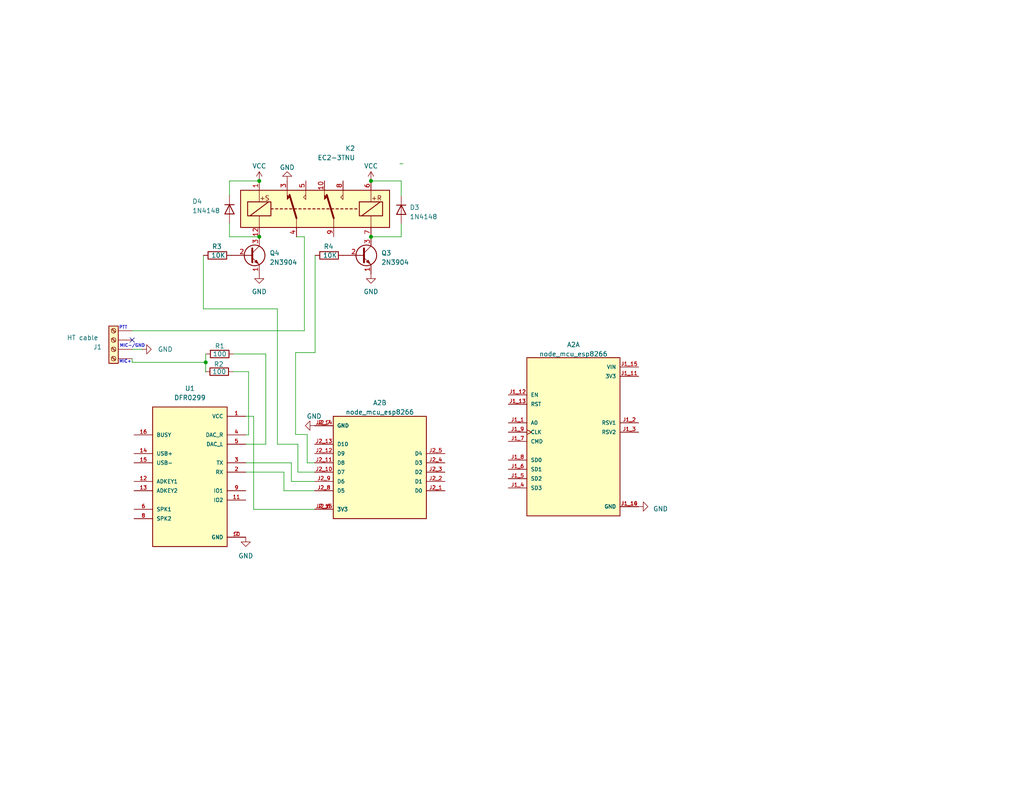
<source format=kicad_sch>
(kicad_sch (version 20230121) (generator eeschema)
  (paper "USLetter")
  (title_block (title "Foxhunt HT transmitter interface with voice ID") (date "2023-04-24") (company "W2WZ"))
  (lib_symbols
    (symbol "Connector:Screw_Terminal_01x04" (pin_numbers hide) (pin_names (offset 1.016) hide)
      (property "Reference" "J" (at 0 5.08 0))
      (property "Value" "Screw_Terminal_01x04" (at 0 -7.62 0))
      (symbol "Screw_Terminal_01x04_1_1"
        (rectangle (start -1.27 3.81) (end 1.27 -6.35) (stroke (width 0.254)) (fill (type background)))
        (circle (center 0 -5.08) (radius 0.635) (stroke (width 0.1524)))
        (circle (center 0 -2.54) (radius 0.635) (stroke (width 0.1524)))
        (polyline (pts (xy -0.5334 -4.7498) (xy 0.3302 -5.588)) (stroke (width 0.1524)))
        (polyline (pts (xy -0.5334 -2.2098) (xy 0.3302 -3.048)) (stroke (width 0.1524)))
        (polyline (pts (xy -0.5334 0.3302) (xy 0.3302 -0.508)) (stroke (width 0.1524)))
        (polyline (pts (xy -0.5334 2.8702) (xy 0.3302 2.032)) (stroke (width 0.1524)))
        (polyline (pts (xy -0.3556 -4.572) (xy 0.508 -5.4102)) (stroke (width 0.1524)))
        (polyline (pts (xy -0.3556 -2.032) (xy 0.508 -2.8702)) (stroke (width 0.1524)))
        (polyline (pts (xy -0.3556 0.508) (xy 0.508 -0.3302)) (stroke (width 0.1524)))
        (polyline (pts (xy -0.3556 3.048) (xy 0.508 2.2098)) (stroke (width 0.1524)))
        (circle (center 0 0) (radius 0.635) (stroke (width 0.1524)))
        (circle (center 0 2.54) (radius 0.635) (stroke (width 0.1524)))
        (pin passive line (at -5.08 2.54 0) (length 3.81) (name "Pin_1") (number "1"))
        (pin passive line (at -5.08 0 0) (length 3.81) (name "Pin_2") (number "2"))
        (pin passive line (at -5.08 -2.54 0) (length 3.81) (name "Pin_3") (number "3"))
        (pin passive line (at -5.08 -5.08 0) (length 3.81) (name "Pin_4") (number "4"))
      )
    )
    (symbol "DFR0299:DFR0299" (pin_names (offset 1.016))
      (property "Reference" "U" (at -10.16 18.542 0))
      (property "Value" "DFR0299" (at -10.16 -22.86 0))
      (symbol "DFR0299_0_0"
        (rectangle (start -10.16 -20.32) (end 10.16 17.78) (stroke (width 0.254)) (fill (type background)))
        (pin power_in line (at 15.24 15.24 180) (length 5.08) (name "VCC") (number "1"))
        (pin power_in line (at 15.24 -17.78 180) (length 5.08) (name "GND") (number "10"))
        (pin bidirectional line (at 15.24 -7.62 180) (length 5.08) (name "IO2") (number "11"))
        (pin input line (at -15.24 -2.54 0) (length 5.08) (name "ADKEY1") (number "12"))
        (pin input line (at -15.24 -5.08 0) (length 5.08) (name "ADKEY2") (number "13"))
        (pin input line (at -15.24 5.08 0) (length 5.08) (name "USB+") (number "14"))
        (pin input line (at -15.24 2.54 0) (length 5.08) (name "USB-") (number "15"))
        (pin input line (at -15.24 10.16 0) (length 5.08) (name "BUSY") (number "16"))
        (pin input line (at 15.24 0 180) (length 5.08) (name "RX") (number "2"))
        (pin output line (at 15.24 2.54 180) (length 5.08) (name "TX") (number "3"))
        (pin output line (at 15.24 10.16 180) (length 5.08) (name "DAC_R") (number "4"))
        (pin output line (at 15.24 7.62 180) (length 5.08) (name "DAC_L") (number "5"))
        (pin passive line (at -15.24 -10.16 0) (length 5.08) (name "SPK1") (number "6"))
        (pin power_in line (at 15.24 -17.78 180) (length 5.08) (name "GND") (number "7"))
        (pin passive line (at -15.24 -12.7 0) (length 5.08) (name "SPK2") (number "8"))
        (pin bidirectional line (at 15.24 -5.08 180) (length 5.08) (name "IO1") (number "9"))
      )
    )
    (symbol "Device:R" (pin_numbers hide) (pin_names (offset 0))
      (property "Reference" "R" (at 2.032 0 90))
      (property "Value" "R" (at 0 0 90))
      (symbol "R_0_1"
        (rectangle (start -1.016 -2.54) (end 1.016 2.54) (stroke (width 0.254)))
      )
      (symbol "R_1_1"
        (pin passive line (at 0 3.81 270) (length 1.27) (name "~") (number "1"))
        (pin passive line (at 0 -3.81 90) (length 1.27) (name "~") (number "2"))
      )
    )
    (symbol "Diode:1N4148" (pin_numbers hide) (pin_names hide)
      (property "Reference" "D" (at 0 2.54 0))
      (property "Value" "1N4148" (at 0 -2.54 0))
      (symbol "1N4148_0_1"
        (polyline (pts (xy -1.27 1.27) (xy -1.27 -1.27)) (stroke (width 0.254)))
        (polyline (pts (xy 1.27 0) (xy -1.27 0)))
        (polyline (pts (xy 1.27 1.27) (xy 1.27 -1.27) (xy -1.27 0) (xy 1.27 1.27)) (stroke (width 0.254)))
      )
      (symbol "1N4148_1_1"
        (pin passive line (at -3.81 0 0) (length 2.54) (name "K") (number "1"))
        (pin passive line (at 3.81 0 180) (length 2.54) (name "A") (number "2"))
      )
    )
    (symbol "GND_1" (power) (pin_names (offset 0))
      (property "Value" "GND_1" (at 0 -3.81 0))
      (symbol "GND_1_0_1"
        (polyline (pts (xy 0 0) (xy 0 -1.27) (xy 1.27 -1.27) (xy 0 -2.54) (xy -1.27 -1.27) (xy 0 -1.27)))
      )
      (symbol "GND_1_1_1"
        (pin power_in line (at 0 0 270) (length 0) hide (name "GND") (number "1"))
      )
    )
    (symbol "GND_2" (power) (pin_names (offset 0))
      (property "Value" "GND_2" (at 0 -3.81 0))
      (symbol "GND_2_0_1"
        (polyline (pts (xy 0 0) (xy 0 -1.27) (xy 1.27 -1.27) (xy 0 -2.54) (xy -1.27 -1.27) (xy 0 -1.27)))
      )
      (symbol "GND_2_1_1"
        (pin power_in line (at 0 0 270) (length 0) hide (name "GND") (number "1"))
      )
    )
    (symbol "GND_3" (power) (pin_names (offset 0))
      (property "Value" "GND_3" (at 0 -3.81 0))
      (symbol "GND_3_0_1"
        (polyline (pts (xy 0 0) (xy 0 -1.27) (xy 1.27 -1.27) (xy 0 -2.54) (xy -1.27 -1.27) (xy 0 -1.27)))
      )
      (symbol "GND_3_1_1"
        (pin power_in line (at 0 0 270) (length 0) hide (name "GND") (number "1"))
      )
    )
    (symbol "GND_4" (power) (pin_names (offset 0))
      (property "Value" "GND_4" (at 0 -3.81 0))
      (symbol "GND_4_0_1"
        (polyline (pts (xy 0 0) (xy 0 -1.27) (xy 1.27 -1.27) (xy 0 -2.54) (xy -1.27 -1.27) (xy 0 -1.27)))
      )
      (symbol "GND_4_1_1"
        (pin power_in line (at 0 0 270) (length 0) hide (name "GND") (number "1"))
      )
    )
    (symbol "GND_5" (power) (pin_names (offset 0))
      (property "Value" "GND_5" (at 0 -3.81 0))
      (symbol "GND_5_0_1"
        (polyline (pts (xy 0 0) (xy 0 -1.27) (xy 1.27 -1.27) (xy 0 -2.54) (xy -1.27 -1.27) (xy 0 -1.27)))
      )
      (symbol "GND_5_1_1"
        (pin power_in line (at 0 0 270) (length 0) hide (name "GND") (number "1"))
      )
    )
    (symbol "Relay:EC2-3TNU"
      (property "Reference" "K" (at 17.78 8.89 0))
      (property "Value" "EC2-3TNU" (at 21.59 6.35 0))
      (symbol "EC2-3TNU_1_1"
        (rectangle (start -20.32 5.08) (end 20.32 -5.08) (stroke (width 0.254)) (fill (type background)))
        (rectangle (start -18.415 1.905) (end -12.065 -1.905) (stroke (width 0.254)))
        (polyline (pts (xy -17.78 -1.905) (xy -12.7 1.905)) (stroke (width 0.254)))
        (polyline (pts (xy -15.24 -5.08) (xy -15.24 -1.905)))
        (polyline (pts (xy -15.24 5.08) (xy -15.24 1.905)))
        (polyline (pts (xy -12.065 0) (xy -11.43 0)) (stroke (width 0.254)))
        (polyline (pts (xy -10.795 0) (xy -10.16 0)) (stroke (width 0.254)))
        (polyline (pts (xy -9.525 0) (xy -8.89 0)) (stroke (width 0.254)))
        (polyline (pts (xy -8.255 0) (xy -7.62 0)) (stroke (width 0.254)))
        (polyline (pts (xy -6.985 0) (xy -6.35 0)) (stroke (width 0.254)))
        (polyline (pts (xy -5.715 0) (xy -5.08 0)) (stroke (width 0.254)))
        (polyline (pts (xy -5.08 -2.54) (xy -6.985 3.81)) (stroke (width 0.508)))
        (polyline (pts (xy -5.08 -2.54) (xy -5.08 -5.08)))
        (polyline (pts (xy -4.445 0) (xy -3.81 0)) (stroke (width 0.254)))
        (polyline (pts (xy -3.175 0) (xy -2.54 0)) (stroke (width 0.254)))
        (polyline (pts (xy -1.905 0) (xy -1.27 0)) (stroke (width 0.254)))
        (polyline (pts (xy -0.635 0) (xy 0 0)) (stroke (width 0.254)))
        (polyline (pts (xy 0.635 0) (xy 1.27 0)) (stroke (width 0.254)))
        (polyline (pts (xy 1.905 0) (xy 2.54 0)) (stroke (width 0.254)))
        (polyline (pts (xy 3.175 0) (xy 3.81 0)) (stroke (width 0.254)))
        (polyline (pts (xy 4.445 0) (xy 5.08 0)) (stroke (width 0.254)))
        (polyline (pts (xy 5.08 -2.54) (xy 3.175 3.81)) (stroke (width 0.508)))
        (polyline (pts (xy 5.08 -2.54) (xy 5.08 -5.08)))
        (polyline (pts (xy 5.715 0) (xy 6.35 0)) (stroke (width 0.254)))
        (polyline (pts (xy 6.985 0) (xy 7.62 0)) (stroke (width 0.254)))
        (polyline (pts (xy 8.255 0) (xy 8.89 0)) (stroke (width 0.254)))
        (polyline (pts (xy 9.525 0) (xy 10.16 0)) (stroke (width 0.254)))
        (polyline (pts (xy 10.795 0) (xy 11.43 0)) (stroke (width 0.254)))
        (polyline (pts (xy 12.7 -1.905) (xy 17.78 1.905)) (stroke (width 0.254)))
        (polyline (pts (xy 15.24 -5.08) (xy 15.24 -1.905)))
        (polyline (pts (xy 15.24 5.08) (xy 15.24 1.905)))
        (polyline (pts (xy -7.62 5.08) (xy -7.62 2.54) (xy -6.985 3.175) (xy -7.62 3.81)) (fill (type outline)))
        (polyline (pts (xy -2.54 5.08) (xy -2.54 2.54) (xy -3.175 3.175) (xy -2.54 3.81)))
        (polyline (pts (xy 2.54 5.08) (xy 2.54 2.54) (xy 3.175 3.175) (xy 2.54 3.81)) (fill (type outline)))
        (polyline (pts (xy 7.62 5.08) (xy 7.62 2.54) (xy 6.985 3.175) (xy 7.62 3.81)))
        (rectangle (start 12.065 1.905) (end 18.415 -1.905) (stroke (width 0.254)))
        (text "+" (at -14.351 2.921 0) (effects (font (size 1.27 1.27))))
        (text "+" (at 16.129 2.921 0) (effects (font (size 1.27 1.27))))
        (text "R" (at 17.526 2.921 0) (effects (font (size 1.27 1.27))))
        (text "S" (at -13.081 2.921 0) (effects (font (size 1.27 1.27))))
        (pin passive line (at -15.24 7.62 270) (length 2.54) (name "~") (number "1"))
        (pin passive line (at 2.54 7.62 270) (length 2.54) (name "~") (number "10"))
        (pin passive line (at -15.24 -7.62 90) (length 2.54) (name "~") (number "12"))
        (pin passive line (at -7.62 7.62 270) (length 2.54) (name "~") (number "3"))
        (pin passive line (at -5.08 -7.62 90) (length 2.54) (name "~") (number "4"))
        (pin passive line (at -2.54 7.62 270) (length 2.54) (name "~") (number "5"))
        (pin passive line (at 15.24 7.62 270) (length 2.54) (name "~") (number "6"))
        (pin passive line (at 15.24 -7.62 90) (length 2.54) (name "~") (number "7"))
        (pin passive line (at 7.62 7.62 270) (length 2.54) (name "~") (number "8"))
        (pin passive line (at 5.08 -7.62 90) (length 2.54) (name "~") (number "9"))
      )
    )
    (symbol "Transistor_BJT:2N3904" (pin_names (offset 0) hide)
      (property "Reference" "Q" (at 5.08 1.905 0))
      (property "Value" "2N3904" (at 5.08 0 0))
      (symbol "2N3904_0_1"
        (polyline (pts (xy 0.635 0.635) (xy 2.54 2.54)))
        (polyline (pts (xy 0.635 -0.635) (xy 2.54 -2.54) (xy 2.54 -2.54)))
        (polyline (pts (xy 0.635 1.905) (xy 0.635 -1.905) (xy 0.635 -1.905)) (stroke (width 0.508)))
        (polyline (pts (xy 1.27 -1.778) (xy 1.778 -1.27) (xy 2.286 -2.286) (xy 1.27 -1.778) (xy 1.27 -1.778)) (fill (type outline)))
        (circle (center 1.27 0) (radius 2.8194) (stroke (width 0.254)))
      )
      (symbol "2N3904_1_1"
        (pin passive line (at 2.54 -5.08 90) (length 2.54) (name "E") (number "1"))
        (pin passive line (at -5.08 0 0) (length 5.715) (name "B") (number "2"))
        (pin passive line (at 2.54 5.08 270) (length 2.54) (name "C") (number "3"))
      )
    )
    (symbol "bills_library:node_mcu_esp8266" (pin_names (offset 1.016))
      (property "Reference" "A" (at -12.7 21.59 0))
      (property "Value" "node_mcu_esp8266" (at -12.7 -24.13 0))
      (symbol "node_mcu_esp8266_1_0"
        (rectangle (start -12.7 20.32) (end 12.7 -22.86) (stroke (width 0.254)) (fill (type background)))
        (pin bidirectional line (at -17.78 2.54 0) (length 5.08) (name "A0") (number "J1_1"))
        (pin power_in line (at 17.78 -20.32 180) (length 5.08) (name "GND") (number "J1_10"))
        (pin power_in line (at 17.78 15.24 180) (length 5.08) (name "3V3") (number "J1_11"))
        (pin input line (at -17.78 10.16 0) (length 5.08) (name "EN") (number "J1_12"))
        (pin input line (at -17.78 7.62 0) (length 5.08) (name "RST") (number "J1_13"))
        (pin power_in line (at 17.78 -20.32 180) (length 5.08) (name "GND") (number "J1_14"))
        (pin power_in line (at 17.78 17.78 180) (length 5.08) (name "VIN") (number "J1_15"))
        (pin bidirectional line (at 17.78 2.54 180) (length 5.08) (name "RSV1") (number "J1_2"))
        (pin bidirectional line (at 17.78 0 180) (length 5.08) (name "RSV2") (number "J1_3"))
        (pin bidirectional line (at -17.78 -15.24 0) (length 5.08) (name "SD3") (number "J1_4"))
        (pin bidirectional line (at -17.78 -12.7 0) (length 5.08) (name "SD2") (number "J1_5"))
        (pin bidirectional line (at -17.78 -10.16 0) (length 5.08) (name "SD1") (number "J1_6"))
        (pin bidirectional line (at -17.78 -2.54 0) (length 5.08) (name "CMD") (number "J1_7"))
        (pin bidirectional line (at -17.78 -7.62 0) (length 5.08) (name "SD0") (number "J1_8"))
        (pin bidirectional clock (at -17.78 0 0) (length 5.08) (name "CLK") (number "J1_9"))
      )
      (symbol "node_mcu_esp8266_2_0"
        (rectangle (start -12.7 -15.24) (end 12.7 12.7) (stroke (width 0.254)) (fill (type background)))
        (pin bidirectional line (at -17.78 5.08 0) (length 5.08) (name "D0") (number "J2_1"))
        (pin bidirectional line (at 17.78 0 180) (length 5.08) (name "D7") (number "J2_10"))
        (pin bidirectional line (at 17.78 -2.54 180) (length 5.08) (name "D8") (number "J2_11"))
        (pin bidirectional line (at 17.78 -5.08 180) (length 5.08) (name "D9") (number "J2_12"))
        (pin bidirectional line (at 17.78 -7.62 180) (length 5.08) (name "D10") (number "J2_13"))
        (pin power_in line (at 17.78 -12.7 180) (length 5.08) (name "GND") (number "J2_14"))
        (pin power_in line (at 17.78 10.16 180) (length 5.08) (name "3V3") (number "J2_15"))
        (pin bidirectional line (at -17.78 2.54 0) (length 5.08) (name "D1") (number "J2_2"))
        (pin bidirectional line (at -17.78 0 0) (length 5.08) (name "D2") (number "J2_3"))
        (pin bidirectional line (at -17.78 -2.54 0) (length 5.08) (name "D3") (number "J2_4"))
        (pin bidirectional line (at -17.78 -5.08 0) (length 5.08) (name "D4") (number "J2_5"))
        (pin power_in line (at 17.78 10.16 180) (length 5.08) (name "3V3") (number "J2_6"))
        (pin power_in line (at 17.78 -12.7 180) (length 5.08) (name "GND") (number "J2_7"))
        (pin bidirectional line (at 17.78 5.08 180) (length 5.08) (name "D5") (number "J2_8"))
        (pin bidirectional line (at 17.78 2.54 180) (length 5.08) (name "D6") (number "J2_9"))
      )
    )
    (symbol "power:GND" (power) (pin_names (offset 0))
      (property "Value" "GND" (at 0 -3.81 0))
      (symbol "GND_0_1"
        (polyline (pts (xy 0 0) (xy 0 -1.27) (xy 1.27 -1.27) (xy 0 -2.54) (xy -1.27 -1.27) (xy 0 -1.27)))
      )
      (symbol "GND_1_1"
        (pin power_in line (at 0 0 270) (length 0) hide (name "GND") (number "1"))
      )
    )
    (symbol "power:VCC" (power) (pin_names (offset 0))
      (property "Value" "VCC" (at 0 3.81 0))
      (symbol "VCC_0_1"
        (polyline (pts (xy -0.762 1.27) (xy 0 2.54)))
        (polyline (pts (xy 0 0) (xy 0 2.54)))
        (polyline (pts (xy 0 2.54) (xy 0.762 1.27)))
      )
      (symbol "VCC_1_1"
        (pin power_in line (at 0 0 90) (length 0) hide (name "VCC") (number "1"))
      )
    )
  )
  (junction (at 70.739 64.643))
  (junction (at 101.219 49.403))
  (junction (at 56.134 98.933))
  (junction (at 70.739 49.403))
  (junction (at 101.219 64.643))
  (no_connect (at 36.068 92.837))
  (wire (pts (xy 109.474 64.643) (xy 109.474 61.087)))
  (wire (pts (xy 69.215 139.065) (xy 69.215 113.665)))
  (wire (pts (xy 67.056 128.905) (xy 77.47 128.905)))
  (wire (pts (xy 67.056 126.365) (xy 79.502 126.365)))
  (wire (pts (xy 101.219 49.403) (xy 109.474 49.403)))
  (wire (pts (xy 56.134 98.933) (xy 56.134 101.473)))
  (wire (pts (xy 85.852 126.365) (xy 83.82 126.365)))
  (wire (pts (xy 62.611 49.403) (xy 62.611 53.34)))
  (wire (pts (xy 56.134 96.647) (xy 56.134 98.933)))
  (wire (pts (xy 77.47 128.905) (xy 77.47 133.985)))
  (wire (pts (xy 56.134 101.473) (xy 56.007 101.473)))
  (wire (pts (xy 79.502 131.445) (xy 85.852 131.445)))
  (wire (pts (xy 67.056 118.745) (xy 67.818 118.745)))
  (wire (pts (xy 83.82 118.618) (xy 80.645 118.618)))
  (wire (pts (xy 70.739 64.643) (xy 62.611 64.643)))
  (wire (pts (xy 85.852 128.905) (xy 81.28 128.905)))
  (wire (pts (xy 69.215 113.665) (xy 67.056 113.665)))
  (wire (pts (xy 81.28 121.285) (xy 75.692 121.285)))
  (wire (pts (xy 83.058 90.297) (xy 83.058 64.643)))
  (wire (pts (xy 38.735 95.377) (xy 36.068 95.377)))
  (wire (pts (xy 55.499 69.723) (xy 55.499 84.328)))
  (wire (pts (xy 36.068 98.933) (xy 36.068 97.917)))
  (wire (pts (xy 85.852 139.065) (xy 69.215 139.065)))
  (wire (pts (xy 80.645 96.266) (xy 85.979 96.266)))
  (wire (pts (xy 62.611 64.643) (xy 62.611 60.96)))
  (wire (pts (xy 72.517 121.285) (xy 72.517 96.647)))
  (wire (pts (xy 63.754 96.647) (xy 72.517 96.647)))
  (wire (pts (xy 55.499 84.328) (xy 75.692 84.328)))
  (wire (pts (xy 67.056 121.285) (xy 72.517 121.285)))
  (wire (pts (xy 56.134 98.933) (xy 36.068 98.933)))
  (wire (pts (xy 109.474 49.403) (xy 109.474 53.467)))
  (wire (pts (xy 81.28 128.905) (xy 81.28 121.285)))
  (wire (pts (xy 77.47 133.985) (xy 85.852 133.985)))
  (wire (pts (xy 83.058 64.643) (xy 80.899 64.643)))
  (wire (pts (xy 79.502 126.365) (xy 79.502 131.445)))
  (wire (pts (xy 63.627 101.473) (xy 67.818 101.473)))
  (wire (pts (xy 70.739 49.403) (xy 62.611 49.403)))
  (wire (pts (xy 109.093 44.704) (xy 109.982 44.704)))
  (wire (pts (xy 36.068 90.297) (xy 83.058 90.297)))
  (wire (pts (xy 85.979 96.266) (xy 85.979 69.723)))
  (wire (pts (xy 101.219 64.643) (xy 109.474 64.643)))
  (wire (pts (xy 83.82 126.365) (xy 83.82 118.618)))
  (wire (pts (xy 75.692 121.285) (xy 75.692 84.328)))
  (wire (pts (xy 67.818 118.745) (xy 67.818 101.473)))
  (wire (pts (xy 80.645 118.618) (xy 80.645 96.266)))
  (text "MIC-/GND" (at 32.639 94.996 0) (effects (font (size 0.85 0.85)) (justify left bottom)))
  (text "MIC+" (at 35.941 99.314 0) (effects (font (size 0.85 0.85)) (justify right bottom)))
  (text "PTT" (at 34.798 90.043 0) (effects (font (size 0.85 0.85)) (justify right bottom)))
  (symbol (lib_id "Transistor_BJT:2N3904") (at 98.679 69.723 0) (unit 1)
    (property "Reference" "Q3" (at 104.013 69.088 0) (effects (justify left)))
    (property "Value" "2N3904" (at 104.013 71.628 0) (effects (justify left)))
    (property "Footprint" "Package_TO_SOT_THT:TO-92_Inline" (effects hide))
    (property "Datasheet" "https://www.onsemi.com/pub/Collateral/2N3903-D.PDF" (effects hide))
  )
  (symbol (lib_name "GND_2") (lib_id "power:GND") (at 174.244 138.303 90) (unit 1)
    (property "Reference" "#PWR02" (effects hide))
    (property "Value" "GND" (at 178.181 138.938 90) (effects (justify right)))
  )
  (symbol (lib_name "GND_4") (lib_id "power:GND") (at 101.219 74.803 0) (unit 1)
    (property "Reference" "#PWR05" (effects hide))
    (property "Value" "GND" (at 101.219 79.629 0))
  )
  (symbol (lib_id "Device:R") (at 59.944 96.647 270) (unit 1)
    (property "Reference" "R1" (at 59.944 94.488 90))
    (property "Value" "100" (at 59.944 96.647 90))
  )
  (symbol (lib_id "power:GND") (at 38.735 95.377 90) (unit 1)
    (property "Reference" "#PWR?" (effects hide))
    (property "Value" "GND" (at 43.053 95.3771 90) (effects (justify right)))
  )
  (symbol (lib_id "Device:R") (at 89.789 69.723 90) (unit 1)
    (property "Reference" "R4" (at 89.662 67.31 90))
    (property "Value" "10K" (at 90.043 69.723 90))
  )
  (symbol (lib_id "Diode:1N4148") (at 109.474 57.277 270) (unit 1)
    (property "Reference" "D3" (at 111.76 56.642 90) (effects (justify left)))
    (property "Value" "1N4148" (at 111.76 59.182 90) (effects (justify left)))
    (property "Footprint" "Diode_THT:D_DO-35_SOD27_P7.62mm_Horizontal" (effects hide))
    (property "Datasheet" "https://assets.nexperia.com/documents/data-sheet/1N4148_1N4448.pdf" (effects hide))
    (property "Sim.Device" "D" (effects hide))
    (property "Sim.Pins" "1=K 2=A" (effects hide))
  )
  (symbol (lib_id "bills_library:node_mcu_esp8266") (at 103.632 128.905 180) (unit 2)
    (property "Reference" "A2" (at 103.632 109.982 0))
    (property "Value" "node_mcu_esp8266" (at 103.632 112.522 0))
    (property "Footprint" "bills_library:node_mcu_esp8266" (effects hide))
    (property "PARTREV" "N/A" (effects hide))
    (property "STANDARD" "Manufacturer Recommendations" (effects hide))
    (property "MAXIMUM_PACKAGE_HEIGHT" "N/A" (effects hide))
    (property "MANUFACTURER" "Seeed" (effects hide))
  )
  (symbol (lib_id "power:VCC") (at 101.219 49.403 0) (unit 1)
    (property "Reference" "#PWR07" (effects hide))
    (property "Value" "VCC" (at 101.219 45.339 0))
  )
  (symbol (lib_name "GND_5") (lib_id "power:GND") (at 85.852 116.205 270) (unit 1)
    (property "Reference" "#PWR03" (effects hide))
    (property "Value" "GND" (at 87.757 113.665 90) (effects (justify right)))
  )
  (symbol (lib_id "DFR0299:DFR0299") (at 51.816 128.905 0) (unit 1)
    (property "Reference" "U1" (at 51.816 106.045 0))
    (property "Value" "DFR0299" (at 51.816 108.585 0))
    (property "Footprint" "MODULE_DFR0299" (effects hide))
    (property "AVAILABILITY" "Unavailable" (effects hide))
    (property "PACKAGE" "None" (effects hide))
    (property "MP" "DFR0299" (effects hide))
    (property "PRICE" "None" (effects hide))
    (property "DESCRIPTION" "Dfplayer - a Mini Mp3 Player" (effects hide))
    (property "MF" "DFRobot" (effects hide))
  )
  (symbol (lib_id "Connector:Screw_Terminal_01x04") (at 30.988 95.377 180) (unit 1)
    (property "Reference" "J1" (at 27.813 94.742 0) (effects (justify left)))
    (property "Value" "HT cable " (at 27.813 92.202 0) (effects (justify left)))
  )
  (symbol (lib_name "GND_3") (lib_id "power:GND") (at 70.739 74.803 0) (unit 1)
    (property "Reference" "#PWR09" (effects hide))
    (property "Value" "GND" (at 70.739 79.629 0))
  )
  (symbol (lib_id "Transistor_BJT:2N3904") (at 68.199 69.723 0) (unit 1)
    (property "Reference" "Q4" (at 73.533 69.088 0) (effects (justify left)))
    (property "Value" "2N3904" (at 73.533 71.628 0) (effects (justify left)))
    (property "Footprint" "Package_TO_SOT_THT:TO-92_Inline" (effects hide))
    (property "Datasheet" "https://www.onsemi.com/pub/Collateral/2N3903-D.PDF" (effects hide))
  )
  (symbol (lib_id "Diode:1N4148") (at 62.611 57.15 270) (unit 1)
    (property "Reference" "D4" (at 52.451 54.991 90) (effects (justify left)))
    (property "Value" "1N4148" (at 52.451 57.531 90) (effects (justify left)))
    (property "Footprint" "Diode_THT:D_DO-35_SOD27_P7.62mm_Horizontal" (effects hide))
    (property "Datasheet" "https://assets.nexperia.com/documents/data-sheet/1N4148_1N4448.pdf" (effects hide))
    (property "Sim.Device" "D" (effects hide))
    (property "Sim.Pins" "1=K 2=A" (effects hide))
  )
  (symbol (lib_id "Device:R") (at 59.309 69.723 90) (unit 1)
    (property "Reference" "R3" (at 59.182 67.31 90))
    (property "Value" "10K" (at 59.563 69.723 90))
  )
  (symbol (lib_id "Relay:EC2-3TNU") (at 85.979 57.023 0) (unit 1)
    (property "Reference" "K2" (at 96.901 40.513 0) (effects (justify right)))
    (property "Value" "EC2-3TNU" (at 96.901 43.053 0) (effects (justify right)))
    (property "Footprint" "Relay_THT:Relay_DPDT_Kemet_EC2_DoubleCoil" (effects hide))
    (property "Datasheet" "https://content.kemet.com/datasheets/KEM_R7002_EC2_EE2.pdf" (effects hide))
  )
  (symbol (lib_id "power:VCC") (at 70.739 49.403 0) (unit 1)
    (property "Reference" "#PWR010" (effects hide))
    (property "Value" "VCC" (at 70.739 45.339 0))
  )
  (symbol (lib_id "bills_library:node_mcu_esp8266") (at 156.464 117.983 0) (unit 1)
    (property "Reference" "A2" (at 156.464 94.107 0))
    (property "Value" "node_mcu_esp8266" (at 156.464 96.647 0))
    (property "Footprint" "bills_library:node_mcu_esp8266" (effects hide))
    (property "PARTREV" "N/A" (effects hide))
    (property "STANDARD" "Manufacturer Recommendations" (effects hide))
    (property "MAXIMUM_PACKAGE_HEIGHT" "N/A" (effects hide))
    (property "MANUFACTURER" "Seeed" (effects hide))
  )
  (symbol (lib_id "Device:R") (at 59.817 101.473 90) (unit 1)
    (property "Reference" "R2" (at 59.69 99.441 90))
    (property "Value" "100" (at 59.817 101.473 90))
  )
  (symbol (lib_id "power:GND") (at 67.056 146.685 0) (unit 1)
    (property "Reference" "#PWR?" (effects hide))
    (property "Value" "GND" (at 67.056 151.765 0))
  )
  (symbol (lib_name "GND_1") (lib_id "power:GND") (at 78.359 49.403 180) (unit 1)
    (property "Reference" "#PWR01" (effects hide))
    (property "Value" "GND" (at 78.359 45.72 0))
  )
)
</source>
